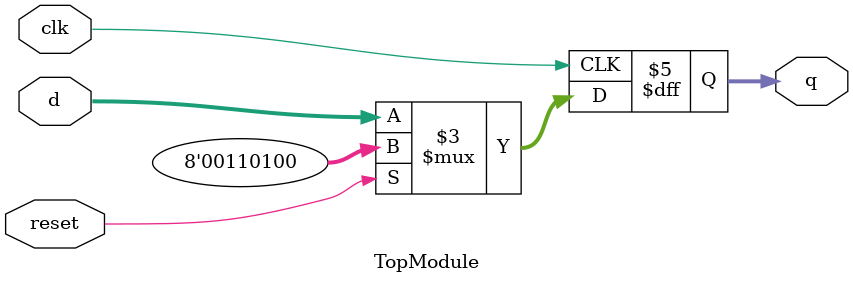
<source format=sv>
module TopModule (
    input logic clk,
    input logic reset,
    input logic [7:0] d,
    output logic [7:0] q
);

always @(negedge clk) begin
    if (reset) begin
        q <= 8'b00110100; // 0x34
    end else begin
        q <= d;
    end
end

endmodule
</source>
